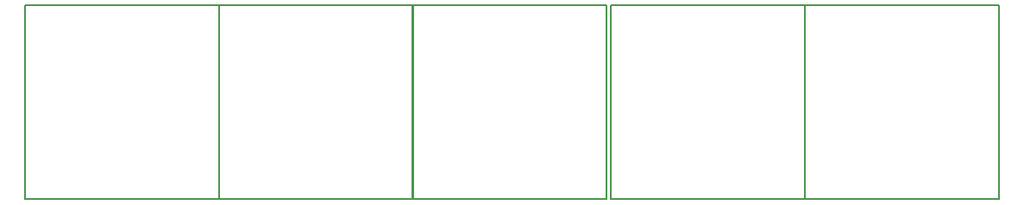
<source format=gbr>
%TF.GenerationSoftware,KiCad,Pcbnew,8.0.1*%
%TF.CreationDate,2025-07-05T17:57:54-03:00*%
%TF.ProjectId,camera,63616d65-7261-42e6-9b69-6361645f7063,rev?*%
%TF.SameCoordinates,Original*%
%TF.FileFunction,OtherDrawing,Comment*%
%FSLAX46Y46*%
G04 Gerber Fmt 4.6, Leading zero omitted, Abs format (unit mm)*
G04 Created by KiCad (PCBNEW 8.0.1) date 2025-07-05 17:57:54*
%MOMM*%
%LPD*%
G01*
G04 APERTURE LIST*
%ADD10C,0.150000*%
G04 APERTURE END LIST*
D10*
%TO.C,SW5*%
X99487000Y-71457000D02*
X118537000Y-71457000D01*
X99487000Y-90507000D02*
X99487000Y-71457000D01*
X118537000Y-71457000D02*
X118537000Y-90507000D01*
X118537000Y-90507000D02*
X99487000Y-90507000D01*
%TO.C,SW4*%
X118487000Y-71457000D02*
X137537000Y-71457000D01*
X118487000Y-90507000D02*
X118487000Y-71457000D01*
X137537000Y-71457000D02*
X137537000Y-90507000D01*
X137537000Y-90507000D02*
X118487000Y-90507000D01*
%TO.C,SW3*%
X137487000Y-71457000D02*
X156537000Y-71457000D01*
X137487000Y-90507000D02*
X137487000Y-71457000D01*
X156537000Y-71457000D02*
X156537000Y-90507000D01*
X156537000Y-90507000D02*
X137487000Y-90507000D01*
%TO.C,SW2*%
X156987000Y-71457000D02*
X176037000Y-71457000D01*
X156987000Y-90507000D02*
X156987000Y-71457000D01*
X176037000Y-71457000D02*
X176037000Y-90507000D01*
X176037000Y-90507000D02*
X156987000Y-90507000D01*
%TO.C,SW1*%
X195037000Y-90507000D02*
X175987000Y-90507000D01*
X195037000Y-71457000D02*
X195037000Y-90507000D01*
X175987000Y-90507000D02*
X175987000Y-71457000D01*
X175987000Y-71457000D02*
X195037000Y-71457000D01*
%TD*%
M02*

</source>
